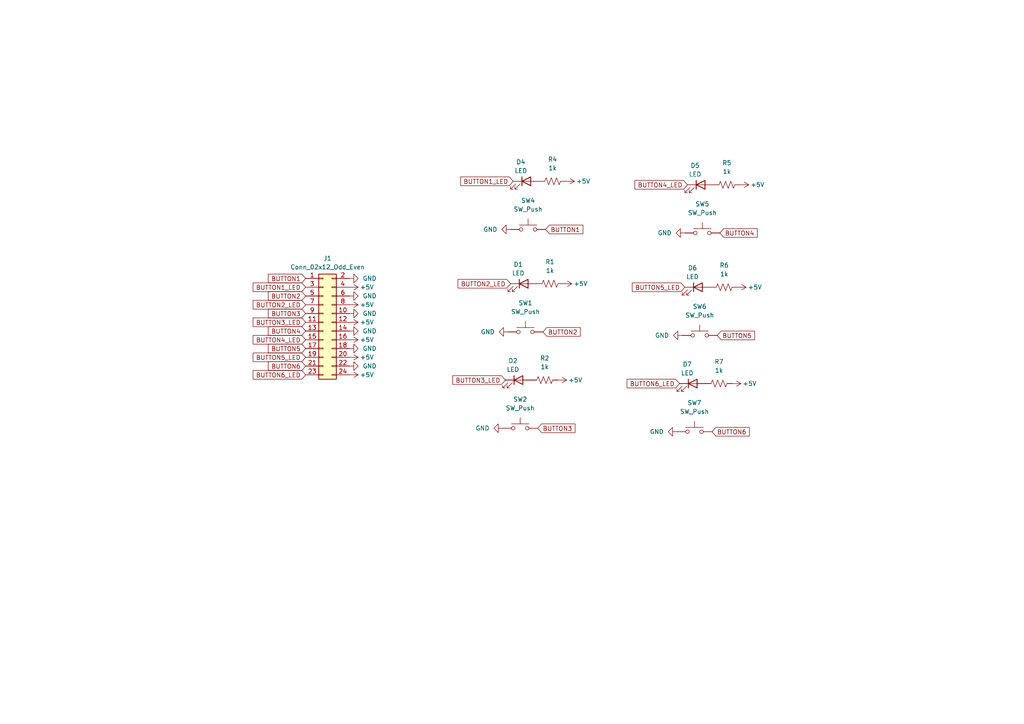
<source format=kicad_sch>
(kicad_sch (version 20230121) (generator eeschema)
  (paper "A4")
  (lib_symbols
    (symbol "Connector_Generic:Conn_02x12_Odd_Even" (pin_names (offset 1.016) hide)
      (property "Reference" "J" (at 1.27 15.24 0))
      (property "Value" "Conn_02x12_Odd_Even" (at 1.27 -17.78 0))
      (symbol "Conn_02x12_Odd_Even_1_1"
        (rectangle (start -1.27 -15.113) (end 0 -15.367) (stroke (width 0.1524)))
        (rectangle (start -1.27 -12.573) (end 0 -12.827) (stroke (width 0.1524)))
        (rectangle (start -1.27 -10.033) (end 0 -10.287) (stroke (width 0.1524)))
        (rectangle (start -1.27 -7.493) (end 0 -7.747) (stroke (width 0.1524)))
        (rectangle (start -1.27 -4.953) (end 0 -5.207) (stroke (width 0.1524)))
        (rectangle (start -1.27 -2.413) (end 0 -2.667) (stroke (width 0.1524)))
        (rectangle (start -1.27 0.127) (end 0 -0.127) (stroke (width 0.1524)))
        (rectangle (start -1.27 2.667) (end 0 2.413) (stroke (width 0.1524)))
        (rectangle (start -1.27 5.207) (end 0 4.953) (stroke (width 0.1524)))
        (rectangle (start -1.27 7.747) (end 0 7.493) (stroke (width 0.1524)))
        (rectangle (start -1.27 10.287) (end 0 10.033) (stroke (width 0.1524)))
        (rectangle (start -1.27 12.827) (end 0 12.573) (stroke (width 0.1524)))
        (rectangle (start -1.27 13.97) (end 3.81 -16.51) (stroke (width 0.254)) (fill (type background)))
        (rectangle (start 3.81 -15.113) (end 2.54 -15.367) (stroke (width 0.1524)))
        (rectangle (start 3.81 -12.573) (end 2.54 -12.827) (stroke (width 0.1524)))
        (rectangle (start 3.81 -10.033) (end 2.54 -10.287) (stroke (width 0.1524)))
        (rectangle (start 3.81 -7.493) (end 2.54 -7.747) (stroke (width 0.1524)))
        (rectangle (start 3.81 -4.953) (end 2.54 -5.207) (stroke (width 0.1524)))
        (rectangle (start 3.81 -2.413) (end 2.54 -2.667) (stroke (width 0.1524)))
        (rectangle (start 3.81 0.127) (end 2.54 -0.127) (stroke (width 0.1524)))
        (rectangle (start 3.81 2.667) (end 2.54 2.413) (stroke (width 0.1524)))
        (rectangle (start 3.81 5.207) (end 2.54 4.953) (stroke (width 0.1524)))
        (rectangle (start 3.81 7.747) (end 2.54 7.493) (stroke (width 0.1524)))
        (rectangle (start 3.81 10.287) (end 2.54 10.033) (stroke (width 0.1524)))
        (rectangle (start 3.81 12.827) (end 2.54 12.573) (stroke (width 0.1524)))
        (pin passive line (at -5.08 12.7 0) (length 3.81) (name "Pin_1") (number "1"))
        (pin passive line (at 7.62 2.54 180) (length 3.81) (name "Pin_10") (number "10"))
        (pin passive line (at -5.08 0 0) (length 3.81) (name "Pin_11") (number "11"))
        (pin passive line (at 7.62 0 180) (length 3.81) (name "Pin_12") (number "12"))
        (pin passive line (at -5.08 -2.54 0) (length 3.81) (name "Pin_13") (number "13"))
        (pin passive line (at 7.62 -2.54 180) (length 3.81) (name "Pin_14") (number "14"))
        (pin passive line (at -5.08 -5.08 0) (length 3.81) (name "Pin_15") (number "15"))
        (pin passive line (at 7.62 -5.08 180) (length 3.81) (name "Pin_16") (number "16"))
        (pin passive line (at -5.08 -7.62 0) (length 3.81) (name "Pin_17") (number "17"))
        (pin passive line (at 7.62 -7.62 180) (length 3.81) (name "Pin_18") (number "18"))
        (pin passive line (at -5.08 -10.16 0) (length 3.81) (name "Pin_19") (number "19"))
        (pin passive line (at 7.62 12.7 180) (length 3.81) (name "Pin_2") (number "2"))
        (pin passive line (at 7.62 -10.16 180) (length 3.81) (name "Pin_20") (number "20"))
        (pin passive line (at -5.08 -12.7 0) (length 3.81) (name "Pin_21") (number "21"))
        (pin passive line (at 7.62 -12.7 180) (length 3.81) (name "Pin_22") (number "22"))
        (pin passive line (at -5.08 -15.24 0) (length 3.81) (name "Pin_23") (number "23"))
        (pin passive line (at 7.62 -15.24 180) (length 3.81) (name "Pin_24") (number "24"))
        (pin passive line (at -5.08 10.16 0) (length 3.81) (name "Pin_3") (number "3"))
        (pin passive line (at 7.62 10.16 180) (length 3.81) (name "Pin_4") (number "4"))
        (pin passive line (at -5.08 7.62 0) (length 3.81) (name "Pin_5") (number "5"))
        (pin passive line (at 7.62 7.62 180) (length 3.81) (name "Pin_6") (number "6"))
        (pin passive line (at -5.08 5.08 0) (length 3.81) (name "Pin_7") (number "7"))
        (pin passive line (at 7.62 5.08 180) (length 3.81) (name "Pin_8") (number "8"))
        (pin passive line (at -5.08 2.54 0) (length 3.81) (name "Pin_9") (number "9"))
      )
    )
    (symbol "Device:LED" (pin_numbers hide) (pin_names (offset 1.016) hide)
      (property "Reference" "D" (at 0 2.54 0))
      (property "Value" "LED" (at 0 -2.54 0))
      (symbol "LED_0_1"
        (polyline (pts (xy -1.27 -1.27) (xy -1.27 1.27)) (stroke (width 0.254)))
        (polyline (pts (xy -1.27 0) (xy 1.27 0)))
        (polyline (pts (xy 1.27 -1.27) (xy 1.27 1.27) (xy -1.27 0) (xy 1.27 -1.27)) (stroke (width 0.254)))
        (polyline (pts (xy -3.048 -0.762) (xy -4.572 -2.286) (xy -3.81 -2.286) (xy -4.572 -2.286) (xy -4.572 -1.524)))
        (polyline (pts (xy -1.778 -0.762) (xy -3.302 -2.286) (xy -2.54 -2.286) (xy -3.302 -2.286) (xy -3.302 -1.524)))
      )
      (symbol "LED_1_1"
        (pin passive line (at -3.81 0 0) (length 2.54) (name "K") (number "1"))
        (pin passive line (at 3.81 0 180) (length 2.54) (name "A") (number "2"))
      )
    )
    (symbol "Device:R_US" (pin_numbers hide) (pin_names (offset 0))
      (property "Reference" "R" (at 2.54 0 90))
      (property "Value" "R_US" (at -2.54 0 90))
      (symbol "R_US_0_1"
        (polyline (pts (xy 0 -2.286) (xy 0 -2.54)))
        (polyline (pts (xy 0 2.286) (xy 0 2.54)))
        (polyline (pts (xy 0 -0.762) (xy 1.016 -1.143) (xy 0 -1.524) (xy -1.016 -1.905) (xy 0 -2.286)))
        (polyline (pts (xy 0 0.762) (xy 1.016 0.381) (xy 0 0) (xy -1.016 -0.381) (xy 0 -0.762)))
        (polyline (pts (xy 0 2.286) (xy 1.016 1.905) (xy 0 1.524) (xy -1.016 1.143) (xy 0 0.762)))
      )
      (symbol "R_US_1_1"
        (pin passive line (at 0 3.81 270) (length 1.27) (name "~") (number "1"))
        (pin passive line (at 0 -3.81 90) (length 1.27) (name "~") (number "2"))
      )
    )
    (symbol "Switch:SW_Push" (pin_numbers hide) (pin_names (offset 1.016) hide)
      (property "Reference" "SW" (at 1.27 2.54 0))
      (property "Value" "SW_Push" (at 0 -1.524 0))
      (symbol "SW_Push_0_1"
        (circle (center -2.032 0) (radius 0.508))
        (polyline (pts (xy 0 1.27) (xy 0 3.048)))
        (polyline (pts (xy 2.54 1.27) (xy -2.54 1.27)))
        (circle (center 2.032 0) (radius 0.508))
        (pin passive line (at -5.08 0 0) (length 2.54) (name "1") (number "1"))
        (pin passive line (at 5.08 0 180) (length 2.54) (name "2") (number "2"))
      )
    )
    (symbol "power:+5V" (power) (pin_names (offset 0))
      (property "Value" "+5V" (at 0 3.556 0))
      (symbol "+5V_0_1"
        (polyline (pts (xy -0.762 1.27) (xy 0 2.54)))
        (polyline (pts (xy 0 0) (xy 0 2.54)))
        (polyline (pts (xy 0 2.54) (xy 0.762 1.27)))
      )
      (symbol "+5V_1_1"
        (pin power_in line (at 0 0 90) (length 0) hide (name "+5V") (number "1"))
      )
    )
    (symbol "power:GND" (power) (pin_names (offset 0))
      (property "Value" "GND" (at 0 -3.81 0))
      (symbol "GND_0_1"
        (polyline (pts (xy 0 0) (xy 0 -1.27) (xy 1.27 -1.27) (xy 0 -2.54) (xy -1.27 -1.27) (xy 0 -1.27)))
      )
      (symbol "GND_1_1"
        (pin power_in line (at 0 0 270) (length 0) hide (name "GND") (number "1"))
      )
    )
  )
  (global_label "BUTTON1_LED" (shape input) (at 88.646 83.312 180) (property "Intersheetrefs" "${INTERSHEET_REFS}" (effects hide)))
  (global_label "BUTTON2" (shape input) (at 88.646 85.852 180) (property "Intersheetrefs" "${INTERSHEET_REFS}" (effects hide)))
  (global_label "BUTTON3" (shape input) (at 88.646 90.932 180) (property "Intersheetrefs" "${INTERSHEET_REFS}" (effects hide)))
  (global_label "BUTTON3_LED" (shape input) (at 146.558 110.236 180) (property "Intersheetrefs" "${INTERSHEET_REFS}" (effects hide)))
  (global_label "BUTTON4" (shape input) (at 208.788 67.564 0) (property "Intersheetrefs" "${INTERSHEET_REFS}" (effects hide)))
  (global_label "BUTTON6" (shape input) (at 88.646 106.172 180) (property "Intersheetrefs" "${INTERSHEET_REFS}" (effects hide)))
  (global_label "BUTTON2_LED" (shape input) (at 148.082 82.296 180) (property "Intersheetrefs" "${INTERSHEET_REFS}" (effects hide)))
  (global_label "BUTTON6" (shape input) (at 206.502 125.222 0) (property "Intersheetrefs" "${INTERSHEET_REFS}" (effects hide)))
  (global_label "BUTTON1" (shape input) (at 158.242 66.548 0) (property "Intersheetrefs" "${INTERSHEET_REFS}" (effects hide)))
  (global_label "BUTTON1_LED" (shape input) (at 148.844 52.578 180) (property "Intersheetrefs" "${INTERSHEET_REFS}" (effects hide)))
  (global_label "BUTTON5" (shape input) (at 208.026 97.282 0) (property "Intersheetrefs" "${INTERSHEET_REFS}" (effects hide)))
  (global_label "BUTTON4" (shape input) (at 88.646 96.012 180) (property "Intersheetrefs" "${INTERSHEET_REFS}" (effects hide)))
  (global_label "BUTTON3_LED" (shape input) (at 88.646 93.472 180) (property "Intersheetrefs" "${INTERSHEET_REFS}" (effects hide)))
  (global_label "BUTTON3" (shape input) (at 155.956 124.206 0) (property "Intersheetrefs" "${INTERSHEET_REFS}" (effects hide)))
  (global_label "BUTTON2_LED" (shape input) (at 88.646 88.392 180) (property "Intersheetrefs" "${INTERSHEET_REFS}" (effects hide)))
  (global_label "BUTTON1" (shape input) (at 88.646 80.772 180) (property "Intersheetrefs" "${INTERSHEET_REFS}" (effects hide)))
  (global_label "BUTTON4_LED" (shape input) (at 88.646 98.552 180) (property "Intersheetrefs" "${INTERSHEET_REFS}" (effects hide)))
  (global_label "BUTTON5_LED" (shape input) (at 198.628 83.312 180) (property "Intersheetrefs" "${INTERSHEET_REFS}" (effects hide)))
  (global_label "BUTTON5_LED" (shape input) (at 88.646 103.632 180) (property "Intersheetrefs" "${INTERSHEET_REFS}" (effects hide)))
  (global_label "BUTTON4_LED" (shape input) (at 199.39 53.594 180) (property "Intersheetrefs" "${INTERSHEET_REFS}" (effects hide)))
  (global_label "BUTTON6_LED" (shape input) (at 88.646 108.712 180) (property "Intersheetrefs" "${INTERSHEET_REFS}" (effects hide)))
  (global_label "BUTTON2" (shape input) (at 157.48 96.266 0) (property "Intersheetrefs" "${INTERSHEET_REFS}" (effects hide)))
  (global_label "BUTTON6_LED" (shape input) (at 197.104 111.252 180) (property "Intersheetrefs" "${INTERSHEET_REFS}" (effects hide)))
  (global_label "BUTTON5" (shape input) (at 88.646 101.092 180) (property "Intersheetrefs" "${INTERSHEET_REFS}" (effects hide)))
  (symbol (lib_id "Switch:SW_Push") (at 152.4 96.266 0) (unit 1)
    (property "Reference" "SW1" (at 152.4 87.884 0))
    (property "Value" "SW_Push" (at 152.4 90.424 0))
    (property "Footprint" "Button_Switch_SMD:SW_Push_SPST_NO_Alps_SKRK" (effects hide))
  )
  (symbol (lib_id "Connector_Generic:Conn_02x12_Odd_Even") (at 93.726 93.472 0) (unit 1)
    (property "Reference" "J1" (at 94.996 74.93 0))
    (property "Value" "Conn_02x12_Odd_Even" (at 94.996 77.47 0))
    (property "Footprint" "Connector_PinSocket_2.54mm:PinSocket_2x12_P2.54mm_Vertical_SMD" (effects hide))
  )
  (symbol (lib_id "Device:LED") (at 151.892 82.296 0) (unit 1)
    (property "Reference" "D1" (at 150.3045 76.708 0))
    (property "Value" "LED" (at 150.3045 79.248 0))
    (property "Footprint" "LED_SMD:LED_0603_1608Metric" (effects hide))
  )
  (symbol (lib_id "Switch:SW_Push") (at 201.422 125.222 0) (unit 1)
    (property "Reference" "SW7" (at 201.422 116.84 0))
    (property "Value" "SW_Push" (at 201.422 119.38 0))
    (property "Footprint" "Button_Switch_SMD:SW_Push_SPST_NO_Alps_SKRK" (effects hide))
  )
  (symbol (lib_id "power:GND") (at 101.346 85.852 90) (unit 1)
    (property "Reference" "#PWR03" (effects hide))
    (property "Value" "GND" (at 105.156 85.852 90) (effects (justify right)))
  )
  (symbol (lib_id "Device:R_US") (at 157.988 110.236 90) (unit 1)
    (property "Reference" "R2" (at 157.988 103.886 90))
    (property "Value" "1k" (at 157.988 106.426 90))
    (property "Footprint" "Resistor_SMD:R_0603_1608Metric" (effects hide))
  )
  (symbol (lib_id "Switch:SW_Push") (at 203.708 67.564 0) (unit 1)
    (property "Reference" "SW5" (at 203.708 59.182 0))
    (property "Value" "SW_Push" (at 203.708 61.722 0))
    (property "Footprint" "Button_Switch_SMD:SW_Push_SPST_NO_Alps_SKRK" (effects hide))
  )
  (symbol (lib_id "Device:R_US") (at 210.82 53.594 90) (unit 1)
    (property "Reference" "R5" (at 210.82 47.244 90))
    (property "Value" "1k" (at 210.82 49.784 90))
    (property "Footprint" "Resistor_SMD:R_0603_1608Metric" (effects hide))
  )
  (symbol (lib_id "Device:R_US") (at 159.512 82.296 90) (unit 1)
    (property "Reference" "R1" (at 159.512 75.946 90))
    (property "Value" "1k" (at 159.512 78.486 90))
    (property "Footprint" "Resistor_SMD:R_0603_1608Metric" (effects hide))
  )
  (symbol (lib_id "power:+5V") (at 101.346 93.472 270) (unit 1)
    (property "Reference" "#PWR06" (effects hide))
    (property "Value" "+5V" (at 106.426 93.472 90))
  )
  (symbol (lib_id "power:GND") (at 145.796 124.206 270) (unit 1)
    (property "Reference" "#PWR016" (effects hide))
    (property "Value" "GND" (at 141.986 124.206 90) (effects (justify right)))
  )
  (symbol (lib_id "Switch:SW_Push") (at 150.876 124.206 0) (unit 1)
    (property "Reference" "SW2" (at 150.876 115.824 0))
    (property "Value" "SW_Push" (at 150.876 118.364 0))
    (property "Footprint" "Button_Switch_SMD:SW_Push_SPST_NO_Alps_SKRK" (effects hide))
  )
  (symbol (lib_id "Device:LED") (at 202.438 83.312 0) (unit 1)
    (property "Reference" "D6" (at 200.8505 77.724 0))
    (property "Value" "LED" (at 200.8505 80.264 0))
    (property "Footprint" "LED_SMD:LED_0603_1608Metric" (effects hide))
  )
  (symbol (lib_id "Device:R_US") (at 210.058 83.312 90) (unit 1)
    (property "Reference" "R6" (at 210.058 76.962 90))
    (property "Value" "1k" (at 210.058 79.502 90))
    (property "Footprint" "Resistor_SMD:R_0603_1608Metric" (effects hide))
  )
  (symbol (lib_id "power:+5V") (at 213.868 83.312 270) (unit 1)
    (property "Reference" "#PWR019" (effects hide))
    (property "Value" "+5V" (at 218.948 83.312 90))
  )
  (symbol (lib_id "Device:R_US") (at 208.534 111.252 90) (unit 1)
    (property "Reference" "R7" (at 208.534 104.902 90))
    (property "Value" "1k" (at 208.534 107.442 90))
    (property "Footprint" "Resistor_SMD:R_0603_1608Metric" (effects hide))
  )
  (symbol (lib_id "power:GND") (at 101.346 96.012 90) (unit 1)
    (property "Reference" "#PWR07" (effects hide))
    (property "Value" "GND" (at 105.156 96.012 90) (effects (justify right)))
  )
  (symbol (lib_id "Switch:SW_Push") (at 202.946 97.282 0) (unit 1)
    (property "Reference" "SW6" (at 202.946 88.9 0))
    (property "Value" "SW_Push" (at 202.946 91.44 0))
    (property "Footprint" "Button_Switch_SMD:SW_Push_SPST_NO_Alps_SKRK" (effects hide))
  )
  (symbol (lib_id "power:GND") (at 101.346 101.092 90) (unit 1)
    (property "Reference" "#PWR09" (effects hide))
    (property "Value" "GND" (at 105.156 101.092 90) (effects (justify right)))
  )
  (symbol (lib_id "power:GND") (at 101.346 106.172 90) (unit 1)
    (property "Reference" "#PWR011" (effects hide))
    (property "Value" "GND" (at 105.156 106.172 90) (effects (justify right)))
  )
  (symbol (lib_id "power:+5V") (at 161.798 110.236 270) (unit 1)
    (property "Reference" "#PWR017" (effects hide))
    (property "Value" "+5V" (at 166.878 110.236 90))
  )
  (symbol (lib_id "power:GND") (at 196.342 125.222 270) (unit 1)
    (property "Reference" "#PWR026" (effects hide))
    (property "Value" "GND" (at 192.532 125.222 90) (effects (justify right)))
  )
  (symbol (lib_id "power:+5V") (at 101.346 88.392 270) (unit 1)
    (property "Reference" "#PWR04" (effects hide))
    (property "Value" "+5V" (at 106.426 88.392 90))
  )
  (symbol (lib_id "power:+5V") (at 101.346 98.552 270) (unit 1)
    (property "Reference" "#PWR08" (effects hide))
    (property "Value" "+5V" (at 106.426 98.552 90))
  )
  (symbol (lib_id "power:GND") (at 197.866 97.282 270) (unit 1)
    (property "Reference" "#PWR024" (effects hide))
    (property "Value" "GND" (at 194.056 97.282 90) (effects (justify right)))
  )
  (symbol (lib_id "power:+5V") (at 101.346 108.712 270) (unit 1)
    (property "Reference" "#PWR012" (effects hide))
    (property "Value" "+5V" (at 106.426 108.712 90))
  )
  (symbol (lib_id "Switch:SW_Push") (at 153.162 66.548 0) (unit 1)
    (property "Reference" "SW4" (at 153.162 58.166 0))
    (property "Value" "SW_Push" (at 153.162 60.706 0))
    (property "Footprint" "Button_Switch_SMD:SW_Push_SPST_NO_Alps_SKRK" (effects hide))
  )
  (symbol (lib_id "Device:LED") (at 203.2 53.594 0) (unit 1)
    (property "Reference" "D5" (at 201.6125 48.006 0))
    (property "Value" "LED" (at 201.6125 50.546 0))
    (property "Footprint" "LED_SMD:LED_0603_1608Metric" (effects hide))
  )
  (symbol (lib_id "power:+5V") (at 214.63 53.594 270) (unit 1)
    (property "Reference" "#PWR021" (effects hide))
    (property "Value" "+5V" (at 219.71 53.594 90))
  )
  (symbol (lib_id "power:+5V") (at 101.346 83.312 270) (unit 1)
    (property "Reference" "#PWR02" (effects hide))
    (property "Value" "+5V" (at 106.426 83.312 90))
  )
  (symbol (lib_id "power:+5V") (at 164.084 52.578 270) (unit 1)
    (property "Reference" "#PWR013" (effects hide))
    (property "Value" "+5V" (at 169.164 52.578 90))
  )
  (symbol (lib_id "power:GND") (at 147.32 96.266 270) (unit 1)
    (property "Reference" "#PWR014" (effects hide))
    (property "Value" "GND" (at 143.51 96.266 90) (effects (justify right)))
  )
  (symbol (lib_id "Device:LED") (at 200.914 111.252 0) (unit 1)
    (property "Reference" "D7" (at 199.3265 105.664 0))
    (property "Value" "LED" (at 199.3265 108.204 0))
    (property "Footprint" "LED_SMD:LED_0603_1608Metric" (effects hide))
  )
  (symbol (lib_id "Device:LED") (at 152.654 52.578 0) (unit 1)
    (property "Reference" "D4" (at 151.0665 46.99 0))
    (property "Value" "LED" (at 151.0665 49.53 0))
    (property "Footprint" "LED_SMD:LED_0603_1608Metric" (effects hide))
  )
  (symbol (lib_id "power:GND") (at 148.082 66.548 270) (unit 1)
    (property "Reference" "#PWR020" (effects hide))
    (property "Value" "GND" (at 144.272 66.548 90) (effects (justify right)))
  )
  (symbol (lib_id "power:+5V") (at 163.322 82.296 270) (unit 1)
    (property "Reference" "#PWR015" (effects hide))
    (property "Value" "+5V" (at 168.402 82.296 90))
  )
  (symbol (lib_id "power:GND") (at 101.346 80.772 90) (unit 1)
    (property "Reference" "#PWR01" (effects hide))
    (property "Value" "GND" (at 105.156 80.772 90) (effects (justify right)))
  )
  (symbol (lib_id "power:GND") (at 198.628 67.564 270) (unit 1)
    (property "Reference" "#PWR022" (effects hide))
    (property "Value" "GND" (at 194.818 67.564 90) (effects (justify right)))
  )
  (symbol (lib_id "power:GND") (at 101.346 90.932 90) (unit 1)
    (property "Reference" "#PWR05" (effects hide))
    (property "Value" "GND" (at 105.156 90.932 90) (effects (justify right)))
  )
  (symbol (lib_id "Device:R_US") (at 160.274 52.578 90) (unit 1)
    (property "Reference" "R4" (at 160.274 46.228 90))
    (property "Value" "1k" (at 160.274 48.768 90))
    (property "Footprint" "Resistor_SMD:R_0603_1608Metric" (effects hide))
  )
  (symbol (lib_id "power:+5V") (at 101.346 103.632 270) (unit 1)
    (property "Reference" "#PWR010" (effects hide))
    (property "Value" "+5V" (at 106.426 103.632 90))
  )
  (symbol (lib_id "power:+5V") (at 212.344 111.252 270) (unit 1)
    (property "Reference" "#PWR018" (effects hide))
    (property "Value" "+5V" (at 217.424 111.252 90))
  )
  (symbol (lib_id "Device:LED") (at 150.368 110.236 0) (unit 1)
    (property "Reference" "D2" (at 148.7805 104.648 0))
    (property "Value" "LED" (at 148.7805 107.188 0))
    (property "Footprint" "LED_SMD:LED_0603_1608Metric" (effects hide))
  )
)
</source>
